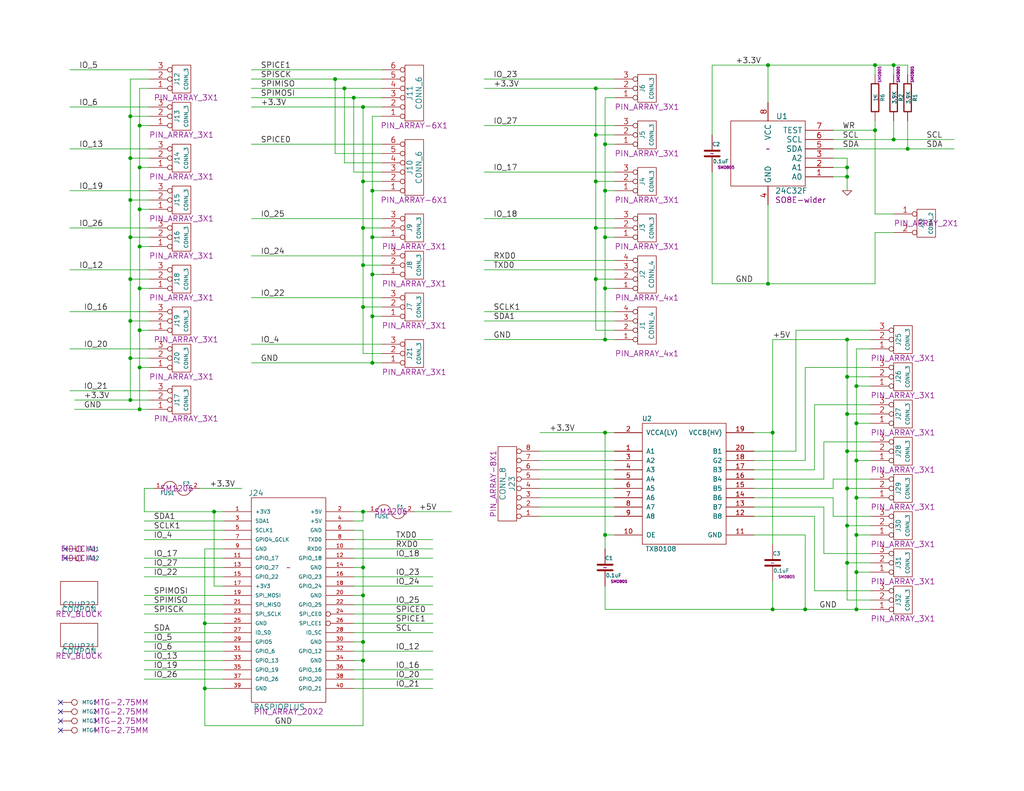
<source format=kicad_sch>
(kicad_sch (version 20211123) (generator eeschema)
  (paper "A")
  (title_block (title "RASPI-PLUS-GVS-CFG") (date "2020-01-05") (rev "X3") (company "Labd Boards LLC"))
  (lib_symbols
    (symbol "RasPi-GVS-Plus-CFG-rescue:24C512" (pin_names (offset 0.762))
      (property "Reference" "U" (at 3.81 8.89 0))
      (property "Value" "24C512" (at 6.35 -11.43 0))
      (symbol "24C512_0_0"
        (pin power_in line (at 0 -15.24 90) (length 5.08) (name "GND") (number "4"))
        (pin power_in line (at 0 12.7 270) (length 5.08) (name "VCC") (number "8"))
      )
      (symbol "24C512_1_1"
        (rectangle (start -10.16 -10.16) (end 10.16 7.62))
        (pin input line (at 17.78 -7.62 180) (length 7.62) (name "A0") (number "1"))
        (pin input line (at 17.78 -5.08 180) (length 7.62) (name "A1") (number "2"))
        (pin input line (at 17.78 -2.54 180) (length 7.62) (name "A2") (number "3"))
        (pin bidirectional line (at 17.78 0 180) (length 7.62) (name "SDA") (number "5"))
        (pin input line (at 17.78 2.54 180) (length 7.62) (name "SCL") (number "6"))
        (pin input line (at 17.78 5.08 180) (length 7.62) (name "TEST") (number "7"))
      )
    )
    (symbol "RasPi-GVS-Plus-CFG-rescue:C" (pin_numbers hide) (pin_names (offset 0.254))
      (property "Reference" "C" (at 0 2.54 0))
      (property "Value" "C" (at 0.1524 -2.159 0))
      (symbol "C_0_1"
        (polyline (pts (xy -2.032 -0.762) (xy 2.032 -0.762)) (stroke (width 0.508)))
        (polyline (pts (xy -2.032 0.762) (xy 2.032 0.762)) (stroke (width 0.508)))
      )
      (symbol "C_1_1"
        (pin passive line (at 0 5.08 270) (length 4.318) (name "~") (number "1"))
        (pin passive line (at 0 -5.08 90) (length 4.318) (name "~") (number "2"))
      )
    )
    (symbol "RasPi-GVS-Plus-CFG-rescue:CONN_1" (pin_numbers hide) (pin_names (offset 0.762) hide)
      (property "Reference" "P" (at 2.032 0 0))
      (symbol "CONN_1_0_1"
        (polyline (pts (xy -0.762 0) (xy -1.27 0)))
        (circle (center 0 0) (radius 0.7874))
      )
      (symbol "CONN_1_1_1"
        (pin passive line (at -3.81 0 0) (length 2.54) (name "1") (number "1"))
      )
    )
    (symbol "RasPi-GVS-Plus-CFG-rescue:CONN_2" (pin_names (offset 1.016) hide)
      (property "Reference" "P" (at -1.27 0 90))
      (property "Value" "CONN_2" (at 1.27 0 90))
      (symbol "CONN_2_0_1"
        (rectangle (start -2.54 3.81) (end 2.54 -3.81))
      )
      (symbol "CONN_2_1_1"
        (pin passive inverted (at -8.89 2.54 0) (length 6.35) (name "P1") (number "1"))
        (pin passive inverted (at -8.89 -2.54 0) (length 6.35) (name "PM") (number "2"))
      )
    )
    (symbol "RasPi-GVS-Plus-CFG-rescue:CONN_3" (pin_names (offset 1.016) hide)
      (property "Reference" "K" (at -1.27 0 90))
      (property "Value" "CONN_3" (at 1.27 0 90))
      (symbol "CONN_3_0_1"
        (rectangle (start -2.54 3.81) (end 2.54 -3.81))
      )
      (symbol "CONN_3_1_1"
        (pin passive inverted (at -8.89 2.54 0) (length 6.35) (name "P1") (number "1"))
        (pin passive inverted (at -8.89 0 0) (length 6.35) (name "PM") (number "2"))
        (pin passive inverted (at -8.89 -2.54 0) (length 6.35) (name "P3") (number "3"))
      )
    )
    (symbol "RasPi-GVS-Plus-CFG-rescue:CONN_4" (pin_names (offset 1.016) hide)
      (property "Reference" "P" (at -1.27 0 90))
      (property "Value" "CONN_4" (at 1.27 0 90))
      (symbol "CONN_4_0_1"
        (rectangle (start -2.54 5.08) (end 2.54 -5.08))
      )
      (symbol "CONN_4_1_1"
        (pin passive inverted (at -8.89 3.81 0) (length 6.35) (name "P1") (number "1"))
        (pin passive inverted (at -8.89 1.27 0) (length 6.35) (name "P2") (number "2"))
        (pin passive inverted (at -8.89 -1.27 0) (length 6.35) (name "P3") (number "3"))
        (pin passive inverted (at -8.89 -3.81 0) (length 6.35) (name "P4") (number "4"))
      )
    )
    (symbol "RasPi-GVS-Plus-CFG-rescue:CONN_6" (pin_names (offset 0.762) hide)
      (property "Reference" "P" (at -1.27 0 90))
      (property "Value" "CONN_6" (at 1.27 0 90))
      (symbol "CONN_6_0_1"
        (rectangle (start -2.54 7.62) (end 2.54 -7.62))
      )
      (symbol "CONN_6_1_1"
        (pin passive inverted (at -8.89 6.35 0) (length 6.35) (name "1") (number "1"))
        (pin passive inverted (at -8.89 3.81 0) (length 6.35) (name "2") (number "2"))
        (pin passive inverted (at -8.89 1.27 0) (length 6.35) (name "3") (number "3"))
        (pin passive inverted (at -8.89 -1.27 0) (length 6.35) (name "4") (number "4"))
        (pin passive inverted (at -8.89 -3.81 0) (length 6.35) (name "5") (number "5"))
        (pin passive inverted (at -8.89 -6.35 0) (length 6.35) (name "6") (number "6"))
      )
    )
    (symbol "RasPi-GVS-Plus-CFG-rescue:CONN_8" (pin_names (offset 1.016) hide)
      (property "Reference" "P" (at -1.27 0 90))
      (property "Value" "CONN_8" (at 1.27 0 90))
      (symbol "CONN_8_0_1"
        (rectangle (start -2.54 10.16) (end 2.54 -10.16))
      )
      (symbol "CONN_8_1_1"
        (pin passive inverted (at -8.89 8.89 0) (length 6.35) (name "P1") (number "1"))
        (pin passive inverted (at -8.89 6.35 0) (length 6.35) (name "P2") (number "2"))
        (pin passive inverted (at -8.89 3.81 0) (length 6.35) (name "P3") (number "3"))
        (pin passive inverted (at -8.89 1.27 0) (length 6.35) (name "P4") (number "4"))
        (pin passive inverted (at -8.89 -1.27 0) (length 6.35) (name "P5") (number "5"))
        (pin passive inverted (at -8.89 -3.81 0) (length 6.35) (name "P6") (number "6"))
        (pin passive inverted (at -8.89 -6.35 0) (length 6.35) (name "P7") (number "7"))
        (pin passive inverted (at -8.89 -8.89 0) (length 6.35) (name "P8") (number "8"))
      )
    )
    (symbol "RasPi-GVS-Plus-CFG-rescue:COUPON" (pin_names (offset 1.016))
      (property "Reference" "COUP?" (at 0 0 0))
      (property "Value" "COUPON" (at 0 0 0))
      (symbol "COUPON_0_1"
        (rectangle (start -5.08 0) (end 5.08 6.35))
      )
    )
    (symbol "RasPi-GVS-Plus-CFG-rescue:FUSE" (pin_names (offset 0.254))
      (property "Reference" "F" (at 2.54 1.27 0))
      (property "Value" "FUSE" (at -2.54 -1.27 0))
      (symbol "FUSE_0_1"
        (arc (start 0 0) (mid -1.905 1.905) (end -3.81 0))
        (arc (start 0 0) (mid 1.905 -1.905) (end 3.81 0))
      )
      (symbol "FUSE_1_1"
        (pin input line (at -6.35 0 0) (length 2.54) (name "~") (number "1"))
        (pin input line (at 6.35 0 180) (length 2.54) (name "~") (number "2"))
      )
    )
    (symbol "RasPi-GVS-Plus-CFG-rescue:GND" (power) (pin_names (offset 0))
      (symbol "GND_0_1"
        (polyline (pts (xy -1.27 0) (xy 0 -1.27) (xy 1.27 0) (xy -1.27 0)))
      )
      (symbol "GND_1_1"
        (pin power_in line (at 0 0 90) (length 0) hide (name "GND") (number "1"))
      )
    )
    (symbol "RasPi-GVS-Plus-CFG-rescue:R" (pin_numbers hide) (pin_names (offset 0))
      (property "Reference" "R" (at 2.032 0 90))
      (property "Value" "R" (at 0.1778 0.0254 90))
      (symbol "R_0_1"
        (rectangle (start -1.016 3.81) (end 1.016 -3.81) (stroke (width 0.3048)))
      )
      (symbol "R_1_1"
        (pin passive line (at 0 6.35 270) (length 2.54) (name "~") (number "1"))
        (pin passive line (at 0 -6.35 90) (length 2.54) (name "~") (number "2"))
      )
    )
    (symbol "RasPi-GVS-Plus-CFG-rescue:RASPIOPLUS" (pin_names (offset 1.016))
      (property "Reference" "J" (at -8.89 29.21 0))
      (property "Value" "RASPIOPLUS" (at -2.54 -29.21 0))
      (symbol "RASPIOPLUS_0_1"
        (rectangle (start -10.16 27.94) (end 10.16 -27.94))
      )
      (symbol "RASPIOPLUS_1_1"
        (pin power_out line (at -17.78 24.13 0) (length 7.62) (name "+3V3") (number "1"))
        (pin input line (at 17.78 13.97 180) (length 7.62) (name "RXD0") (number "10"))
        (pin bidirectional line (at -17.78 11.43 0) (length 7.62) (name "GPIO_17") (number "11"))
        (pin bidirectional line (at 17.78 11.43 180) (length 7.62) (name "GPIO_18") (number "12"))
        (pin bidirectional line (at -17.78 8.89 0) (length 7.62) (name "GPIO_27") (number "13"))
        (pin power_out line (at 17.78 8.89 180) (length 7.62) (name "GND") (number "14"))
        (pin bidirectional line (at -17.78 6.35 0) (length 7.62) (name "GPIO_22") (number "15"))
        (pin bidirectional line (at 17.78 6.35 180) (length 7.62) (name "GPIO_23") (number "16"))
        (pin power_out line (at -17.78 3.81 0) (length 7.62) (name "+3V3") (number "17"))
        (pin bidirectional line (at 17.78 3.81 180) (length 7.62) (name "GPIO_24") (number "18"))
        (pin output line (at -17.78 1.27 0) (length 7.62) (name "SPI_MOSI") (number "19"))
        (pin power_out line (at 17.78 24.13 180) (length 7.62) (name "+5V") (number "2"))
        (pin power_out line (at 17.78 1.27 180) (length 7.62) (name "GND") (number "20"))
        (pin input line (at -17.78 -1.27 0) (length 7.62) (name "SPI_MISO") (number "21"))
        (pin output line (at 17.78 -1.27 180) (length 7.62) (name "GPIO_25") (number "22"))
        (pin output line (at -17.78 -3.81 0) (length 7.62) (name "SPI_SCLK") (number "23"))
        (pin output inverted (at 17.78 -3.81 180) (length 7.62) (name "SPI_CE0") (number "24"))
        (pin power_out line (at -17.78 -6.35 0) (length 7.62) (name "GND") (number "25"))
        (pin bidirectional inverted (at 17.78 -6.35 180) (length 7.62) (name "SPI_CE1") (number "26"))
        (pin power_out line (at -17.78 -8.89 0) (length 7.62) (name "ID_SD") (number "27"))
        (pin bidirectional line (at 17.78 -8.89 180) (length 7.62) (name "ID_SC") (number "28"))
        (pin power_out line (at -17.78 -11.43 0) (length 7.62) (name "GPIO5") (number "29"))
        (pin bidirectional line (at -17.78 21.59 0) (length 7.62) (name "SDA1") (number "3"))
        (pin power_out line (at 17.78 -11.43 180) (length 7.62) (name "GND") (number "30"))
        (pin bidirectional line (at -17.78 -13.97 0) (length 7.62) (name "GPIO_6") (number "31"))
        (pin bidirectional line (at 17.78 -13.97 180) (length 7.62) (name "GPIO_12") (number "32"))
        (pin bidirectional line (at -17.78 -16.51 0) (length 7.62) (name "GPIO_13") (number "33"))
        (pin power_out line (at 17.78 -16.51 180) (length 7.62) (name "GND") (number "34"))
        (pin bidirectional line (at -17.78 -19.05 0) (length 7.62) (name "GPIO_19") (number "35"))
        (pin bidirectional line (at 17.78 -19.05 180) (length 7.62) (name "GPIO_16") (number "36"))
        (pin power_out line (at -17.78 -21.59 0) (length 7.62) (name "GPIO_26") (number "37"))
        (pin bidirectional line (at 17.78 -21.59 180) (length 7.62) (name "GPIO_20") (number "38"))
        (pin power_out line (at -17.78 -24.13 0) (length 7.62) (name "GND") (number "39"))
        (pin power_out line (at 17.78 21.59 180) (length 7.62) (name "+5V") (number "4"))
        (pin bidirectional line (at 17.78 -24.13 180) (length 7.62) (name "GPIO_21") (number "40"))
        (pin output line (at -17.78 19.05 0) (length 7.62) (name "SCLK1") (number "5"))
        (pin power_out line (at 17.78 19.05 180) (length 7.62) (name "GND") (number "6"))
        (pin output line (at -17.78 16.51 0) (length 7.62) (name "GPIO4_GCLK") (number "7"))
        (pin output line (at 17.78 16.51 180) (length 7.62) (name "TXD0") (number "8"))
        (pin power_out line (at -17.78 13.97 0) (length 7.62) (name "GND") (number "9"))
      )
    )
    (symbol "RasPi-GVS-Plus-CFG-rescue:TXB0108" (pin_names (offset 1.016))
      (property "Reference" "U" (at -10.16 17.78 0))
      (property "Value" "TXB0108" (at -6.35 -17.78 0))
      (symbol "TXB0108_1_0"
        (rectangle (start -11.43 -16.51) (end 11.43 16.51))
      )
      (symbol "TXB0108_1_1"
        (pin bidirectional line (at -19.05 8.89 0) (length 7.62) (name "A1") (number "1"))
        (pin input line (at -19.05 -13.97 0) (length 7.62) (name "OE") (number "10"))
        (pin passive line (at 19.05 -13.97 180) (length 7.62) (name "GND") (number "11"))
        (pin bidirectional line (at 19.05 -8.89 180) (length 7.62) (name "B8") (number "12"))
        (pin bidirectional line (at 19.05 -6.35 180) (length 7.62) (name "B7") (number "13"))
        (pin bidirectional line (at 19.05 -3.81 180) (length 7.62) (name "B6") (number "14"))
        (pin bidirectional line (at 19.05 -1.27 180) (length 7.62) (name "B5") (number "15"))
        (pin bidirectional line (at 19.05 1.27 180) (length 7.62) (name "B4") (number "16"))
        (pin bidirectional line (at 19.05 3.81 180) (length 7.62) (name "B3") (number "17"))
        (pin bidirectional line (at 19.05 6.35 180) (length 7.62) (name "G2") (number "18"))
        (pin passive line (at 19.05 13.97 180) (length 7.62) (name "VCCB(HV)") (number "19"))
        (pin passive line (at -19.05 13.97 0) (length 7.62) (name "VCCA(LV)") (number "2"))
        (pin bidirectional line (at 19.05 8.89 180) (length 7.62) (name "B1") (number "20"))
        (pin bidirectional line (at -19.05 6.35 0) (length 7.62) (name "A2") (number "3"))
        (pin bidirectional line (at -19.05 3.81 0) (length 7.62) (name "A3") (number "4"))
        (pin bidirectional line (at -19.05 1.27 0) (length 7.62) (name "A4") (number "5"))
        (pin bidirectional line (at -19.05 -1.27 0) (length 7.62) (name "A5") (number "6"))
        (pin bidirectional line (at -19.05 -3.81 0) (length 7.62) (name "A6") (number "7"))
        (pin bidirectional line (at -19.05 -6.35 0) (length 7.62) (name "A7") (number "8"))
        (pin bidirectional line (at -19.05 -8.89 0) (length 7.62) (name "A8") (number "9"))
      )
    )
  )
  (junction (at 91.44 21.59))
  (junction (at 165.1 118.11))
  (junction (at 162.56 76.2))
  (junction (at 38.1 34.29))
  (junction (at 99.06 49.53))
  (junction (at 243.84 17.78))
  (junction (at 35.56 87.63))
  (junction (at 165.1 52.07))
  (junction (at 101.6 74.93))
  (junction (at 55.88 187.96))
  (junction (at 99.06 72.39))
  (junction (at 210.82 166.37))
  (junction (at 231.14 48.26))
  (junction (at 233.68 166.37))
  (junction (at 219.71 166.37))
  (junction (at 231.14 143.51))
  (junction (at 101.6 64.77))
  (junction (at 233.68 146.05))
  (junction (at 38.1 111.76))
  (junction (at 243.84 38.1))
  (junction (at 165.1 146.05))
  (junction (at 162.56 62.23))
  (junction (at 99.06 139.7))
  (junction (at 99.06 62.23))
  (junction (at 38.1 90.17))
  (junction (at 58.42 139.7))
  (junction (at 231.14 92.71))
  (junction (at 99.06 154.94))
  (junction (at 38.1 78.74))
  (junction (at 35.56 97.79))
  (junction (at 55.88 170.18))
  (junction (at 38.1 67.31))
  (junction (at 233.68 115.57))
  (junction (at 93.98 24.13))
  (junction (at 101.6 86.36))
  (junction (at 210.82 118.11))
  (junction (at 99.06 175.26))
  (junction (at 233.68 135.89))
  (junction (at 35.56 109.22))
  (junction (at 209.55 17.78))
  (junction (at 35.56 76.2))
  (junction (at 233.68 156.21))
  (junction (at 233.68 125.73))
  (junction (at 238.76 35.56))
  (junction (at 165.1 39.37))
  (junction (at 165.1 64.77))
  (junction (at 231.14 102.87))
  (junction (at 35.56 43.18))
  (junction (at 99.06 83.82))
  (junction (at 101.6 99.06))
  (junction (at 165.1 92.71))
  (junction (at 99.06 162.56))
  (junction (at 162.56 36.83))
  (junction (at 162.56 49.53))
  (junction (at 231.14 113.03))
  (junction (at 38.1 45.72))
  (junction (at 162.56 24.13))
  (junction (at 231.14 153.67))
  (junction (at 233.68 105.41))
  (junction (at 99.06 180.34))
  (junction (at 231.14 45.72))
  (junction (at 35.56 31.75))
  (junction (at 165.1 78.74))
  (junction (at 99.06 29.21))
  (junction (at 231.14 133.35))
  (junction (at 35.56 64.77))
  (junction (at 101.6 52.07))
  (junction (at 247.65 40.64))
  (junction (at 35.56 54.61))
  (junction (at 231.14 123.19))
  (junction (at 38.1 57.15))
  (junction (at 209.55 77.47))
  (junction (at 238.76 17.78))
  (junction (at 38.1 100.33))
  (junction (at 96.52 26.67))
  (no_connect (at 17.78 149.86))
  (no_connect (at 16.51 199.39))
  (no_connect (at 16.51 196.85))
  (no_connect (at 16.51 194.31))
  (no_connect (at 17.78 152.4))
  (no_connect (at 16.51 191.77))
  (wire (pts (xy 55.88 170.18) (xy 60.96 170.18)))
  (wire (pts (xy 104.14 81.28) (xy 68.58 81.28)))
  (wire (pts (xy 40.64 97.79) (xy 35.56 97.79)))
  (wire (pts (xy 104.14 69.85) (xy 68.58 69.85)))
  (wire (pts (xy 40.64 31.75) (xy 35.56 31.75)))
  (wire (pts (xy 162.56 49.53) (xy 167.64 49.53)))
  (wire (pts (xy 38.1 100.33) (xy 38.1 111.76)))
  (wire (pts (xy 233.68 125.73) (xy 233.68 135.89)))
  (wire (pts (xy 68.58 21.59) (xy 91.44 21.59)))
  (wire (pts (xy 60.96 175.26) (xy 39.37 175.26)))
  (wire (pts (xy 209.55 77.47) (xy 194.31 77.47)))
  (wire (pts (xy 40.64 67.31) (xy 38.1 67.31)))
  (wire (pts (xy 205.74 128.27) (xy 222.25 128.27)))
  (wire (pts (xy 99.06 154.94) (xy 99.06 144.78)))
  (wire (pts (xy 167.64 39.37) (xy 165.1 39.37)))
  (wire (pts (xy 60.96 187.96) (xy 55.88 187.96)))
  (wire (pts (xy 237.49 113.03) (xy 231.14 113.03)))
  (wire (pts (xy 162.56 76.2) (xy 167.64 76.2)))
  (wire (pts (xy 101.6 64.77) (xy 104.14 64.77)))
  (wire (pts (xy 167.64 123.19) (xy 147.32 123.19)))
  (wire (pts (xy 39.37 139.7) (xy 39.37 133.35)))
  (wire (pts (xy 99.06 162.56) (xy 99.06 154.94)))
  (wire (pts (xy 93.98 44.45) (xy 93.98 24.13)))
  (wire (pts (xy 227.33 38.1) (xy 243.84 38.1)))
  (wire (pts (xy 237.49 95.25) (xy 233.68 95.25)))
  (wire (pts (xy 38.1 90.17) (xy 38.1 100.33)))
  (wire (pts (xy 55.88 187.96) (xy 55.88 198.12)))
  (wire (pts (xy 165.1 118.11) (xy 165.1 146.05)))
  (wire (pts (xy 209.55 17.78) (xy 238.76 17.78)))
  (wire (pts (xy 224.79 151.13) (xy 224.79 138.43)))
  (wire (pts (xy 40.64 87.63) (xy 35.56 87.63)))
  (wire (pts (xy 167.64 140.97) (xy 147.32 140.97)))
  (wire (pts (xy 39.37 139.7) (xy 58.42 139.7)))
  (wire (pts (xy 68.58 99.06) (xy 101.6 99.06)))
  (wire (pts (xy 118.11 177.8) (xy 96.52 177.8)))
  (wire (pts (xy 96.52 139.7) (xy 99.06 139.7)))
  (wire (pts (xy 93.98 24.13) (xy 104.14 24.13)))
  (wire (pts (xy 243.84 17.78) (xy 247.65 17.78)))
  (wire (pts (xy 68.58 24.13) (xy 93.98 24.13)))
  (wire (pts (xy 40.64 57.15) (xy 38.1 57.15)))
  (wire (pts (xy 118.11 147.32) (xy 96.52 147.32)))
  (wire (pts (xy 96.52 46.99) (xy 96.52 26.67)))
  (wire (pts (xy 205.74 130.81) (xy 224.79 130.81)))
  (wire (pts (xy 233.68 146.05) (xy 233.68 156.21)))
  (wire (pts (xy 165.1 52.07) (xy 165.1 64.77)))
  (wire (pts (xy 231.14 153.67) (xy 231.14 163.83)))
  (wire (pts (xy 99.06 198.12) (xy 99.06 180.34)))
  (wire (pts (xy 205.74 123.19) (xy 217.17 123.19)))
  (wire (pts (xy 40.64 45.72) (xy 38.1 45.72)))
  (wire (pts (xy 224.79 120.65) (xy 237.49 120.65)))
  (wire (pts (xy 35.56 21.59) (xy 40.64 21.59)))
  (wire (pts (xy 60.96 149.86) (xy 55.88 149.86)))
  (wire (pts (xy 40.64 19.05) (xy 19.05 19.05)))
  (wire (pts (xy 40.64 100.33) (xy 38.1 100.33)))
  (wire (pts (xy 247.65 17.78) (xy 247.65 20.32)))
  (wire (pts (xy 210.82 92.71) (xy 231.14 92.71)))
  (wire (pts (xy 238.76 77.47) (xy 209.55 77.47)))
  (wire (pts (xy 237.49 143.51) (xy 231.14 143.51)))
  (wire (pts (xy 165.1 26.67) (xy 165.1 39.37)))
  (wire (pts (xy 91.44 41.91) (xy 91.44 21.59)))
  (wire (pts (xy 237.49 102.87) (xy 231.14 102.87)))
  (wire (pts (xy 113.03 139.7) (xy 123.19 139.7)))
  (wire (pts (xy 167.64 128.27) (xy 147.32 128.27)))
  (wire (pts (xy 96.52 26.67) (xy 104.14 26.67)))
  (wire (pts (xy 227.33 48.26) (xy 231.14 48.26)))
  (wire (pts (xy 167.64 73.66) (xy 132.08 73.66)))
  (wire (pts (xy 167.64 87.63) (xy 132.08 87.63)))
  (wire (pts (xy 231.14 45.72) (xy 231.14 48.26)))
  (wire (pts (xy 231.14 48.26) (xy 231.14 52.07)))
  (wire (pts (xy 60.96 167.64) (xy 39.37 167.64)))
  (wire (pts (xy 219.71 166.37) (xy 233.68 166.37)))
  (wire (pts (xy 104.14 93.98) (xy 68.58 93.98)))
  (wire (pts (xy 205.74 133.35) (xy 227.33 133.35)))
  (wire (pts (xy 237.49 135.89) (xy 233.68 135.89)))
  (wire (pts (xy 167.64 59.69) (xy 132.08 59.69)))
  (wire (pts (xy 96.52 172.72) (xy 118.11 172.72)))
  (wire (pts (xy 60.96 165.1) (xy 39.37 165.1)))
  (wire (pts (xy 237.49 146.05) (xy 233.68 146.05)))
  (wire (pts (xy 118.11 149.86) (xy 96.52 149.86)))
  (wire (pts (xy 35.56 54.61) (xy 35.56 64.77)))
  (wire (pts (xy 38.1 78.74) (xy 38.1 90.17)))
  (wire (pts (xy 162.56 62.23) (xy 162.56 76.2)))
  (wire (pts (xy 165.1 166.37) (xy 210.82 166.37)))
  (wire (pts (xy 227.33 43.18) (xy 231.14 43.18)))
  (wire (pts (xy 205.74 125.73) (xy 219.71 125.73)))
  (wire (pts (xy 231.14 102.87) (xy 231.14 113.03)))
  (wire (pts (xy 60.96 152.4) (xy 39.37 152.4)))
  (wire (pts (xy 60.96 157.48) (xy 39.37 157.48)))
  (wire (pts (xy 162.56 24.13) (xy 167.64 24.13)))
  (wire (pts (xy 219.71 100.33) (xy 237.49 100.33)))
  (wire (pts (xy 224.79 138.43) (xy 205.74 138.43)))
  (wire (pts (xy 165.1 52.07) (xy 167.64 52.07)))
  (wire (pts (xy 162.56 90.17) (xy 167.64 90.17)))
  (wire (pts (xy 40.64 52.07) (xy 19.05 52.07)))
  (wire (pts (xy 165.1 78.74) (xy 165.1 92.71)))
  (wire (pts (xy 101.6 52.07) (xy 101.6 64.77)))
  (wire (pts (xy 99.06 180.34) (xy 99.06 175.26)))
  (wire (pts (xy 231.14 43.18) (xy 231.14 45.72)))
  (wire (pts (xy 194.31 17.78) (xy 209.55 17.78)))
  (wire (pts (xy 238.76 58.42) (xy 243.84 58.42)))
  (wire (pts (xy 243.84 33.02) (xy 243.84 38.1)))
  (wire (pts (xy 99.06 72.39) (xy 99.06 83.82)))
  (wire (pts (xy 40.64 73.66) (xy 19.05 73.66)))
  (wire (pts (xy 60.96 162.56) (xy 39.37 162.56)))
  (wire (pts (xy 231.14 92.71) (xy 237.49 92.71)))
  (wire (pts (xy 38.1 34.29) (xy 38.1 45.72)))
  (wire (pts (xy 99.06 62.23) (xy 104.14 62.23)))
  (wire (pts (xy 238.76 33.02) (xy 238.76 35.56)))
  (wire (pts (xy 68.58 19.05) (xy 104.14 19.05)))
  (wire (pts (xy 165.1 78.74) (xy 167.64 78.74)))
  (wire (pts (xy 40.64 78.74) (xy 38.1 78.74)))
  (wire (pts (xy 40.64 54.61) (xy 35.56 54.61)))
  (wire (pts (xy 227.33 135.89) (xy 205.74 135.89)))
  (wire (pts (xy 99.06 83.82) (xy 104.14 83.82)))
  (wire (pts (xy 233.68 105.41) (xy 233.68 115.57)))
  (wire (pts (xy 104.14 44.45) (xy 93.98 44.45)))
  (wire (pts (xy 194.31 46.99) (xy 194.31 77.47)))
  (wire (pts (xy 227.33 133.35) (xy 227.33 130.81)))
  (wire (pts (xy 60.96 182.88) (xy 39.37 182.88)))
  (wire (pts (xy 247.65 40.64) (xy 260.35 40.64)))
  (wire (pts (xy 167.64 135.89) (xy 147.32 135.89)))
  (wire (pts (xy 132.08 24.13) (xy 162.56 24.13)))
  (wire (pts (xy 35.56 64.77) (xy 35.56 76.2)))
  (wire (pts (xy 96.52 154.94) (xy 99.06 154.94)))
  (wire (pts (xy 205.74 146.05) (xy 219.71 146.05)))
  (wire (pts (xy 99.06 83.82) (xy 99.06 96.52)))
  (wire (pts (xy 165.1 92.71) (xy 167.64 92.71)))
  (wire (pts (xy 238.76 17.78) (xy 243.84 17.78)))
  (wire (pts (xy 35.56 109.22) (xy 40.64 109.22)))
  (wire (pts (xy 210.82 166.37) (xy 219.71 166.37)))
  (wire (pts (xy 162.56 36.83) (xy 162.56 49.53)))
  (wire (pts (xy 205.74 118.11) (xy 210.82 118.11)))
  (wire (pts (xy 58.42 160.02) (xy 60.96 160.02)))
  (wire (pts (xy 222.25 140.97) (xy 205.74 140.97)))
  (wire (pts (xy 40.64 24.13) (xy 38.1 24.13)))
  (wire (pts (xy 118.11 182.88) (xy 96.52 182.88)))
  (wire (pts (xy 118.11 157.48) (xy 96.52 157.48)))
  (wire (pts (xy 104.14 52.07) (xy 101.6 52.07)))
  (wire (pts (xy 162.56 49.53) (xy 162.56 62.23)))
  (wire (pts (xy 237.49 125.73) (xy 233.68 125.73)))
  (wire (pts (xy 40.64 90.17) (xy 38.1 90.17)))
  (wire (pts (xy 104.14 41.91) (xy 91.44 41.91)))
  (wire (pts (xy 231.14 143.51) (xy 231.14 153.67)))
  (wire (pts (xy 99.06 29.21) (xy 104.14 29.21)))
  (wire (pts (xy 162.56 24.13) (xy 162.56 36.83)))
  (wire (pts (xy 167.64 46.99) (xy 132.08 46.99)))
  (wire (pts (xy 55.88 149.86) (xy 55.88 170.18)))
  (wire (pts (xy 38.1 57.15) (xy 38.1 67.31)))
  (wire (pts (xy 60.96 154.94) (xy 39.37 154.94)))
  (wire (pts (xy 243.84 20.32) (xy 243.84 17.78)))
  (wire (pts (xy 162.56 76.2) (xy 162.56 90.17)))
  (wire (pts (xy 165.1 166.37) (xy 165.1 160.02)))
  (wire (pts (xy 132.08 92.71) (xy 165.1 92.71)))
  (wire (pts (xy 210.82 92.71) (xy 210.82 118.11)))
  (wire (pts (xy 99.06 29.21) (xy 99.06 49.53)))
  (wire (pts (xy 167.64 138.43) (xy 147.32 138.43)))
  (wire (pts (xy 39.37 133.35) (xy 41.91 133.35)))
  (wire (pts (xy 219.71 146.05) (xy 219.71 166.37)))
  (wire (pts (xy 40.64 64.77) (xy 35.56 64.77)))
  (wire (pts (xy 237.49 140.97) (xy 227.33 140.97)))
  (wire (pts (xy 60.96 172.72) (xy 39.37 172.72)))
  (wire (pts (xy 247.65 33.02) (xy 247.65 40.64)))
  (wire (pts (xy 104.14 46.99) (xy 96.52 46.99)))
  (wire (pts (xy 118.11 152.4) (xy 96.52 152.4)))
  (wire (pts (xy 231.14 92.71) (xy 231.14 102.87)))
  (wire (pts (xy 99.06 175.26) (xy 99.06 162.56)))
  (wire (pts (xy 101.6 74.93) (xy 101.6 86.36)))
  (wire (pts (xy 60.96 185.42) (xy 39.37 185.42)))
  (wire (pts (xy 165.1 118.11) (xy 167.64 118.11)))
  (wire (pts (xy 231.14 123.19) (xy 231.14 133.35)))
  (wire (pts (xy 99.06 96.52) (xy 104.14 96.52)))
  (wire (pts (xy 68.58 26.67) (xy 96.52 26.67)))
  (wire (pts (xy 60.96 144.78) (xy 39.37 144.78)))
  (wire (pts (xy 238.76 35.56) (xy 238.76 58.42)))
  (wire (pts (xy 91.44 21.59) (xy 104.14 21.59)))
  (wire (pts (xy 68.58 29.21) (xy 99.06 29.21)))
  (wire (pts (xy 38.1 24.13) (xy 38.1 34.29)))
  (wire (pts (xy 55.88 170.18) (xy 55.88 187.96)))
  (wire (pts (xy 233.68 156.21) (xy 233.68 166.37)))
  (wire (pts (xy 233.68 115.57) (xy 233.68 125.73)))
  (wire (pts (xy 38.1 111.76) (xy 40.64 111.76)))
  (wire (pts (xy 167.64 34.29) (xy 132.08 34.29)))
  (wire (pts (xy 99.06 142.24) (xy 99.06 139.7)))
  (wire (pts (xy 40.64 85.09) (xy 19.05 85.09)))
  (wire (pts (xy 54.61 133.35) (xy 66.04 133.35)))
  (wire (pts (xy 147.32 118.11) (xy 165.1 118.11)))
  (wire (pts (xy 167.64 71.12) (xy 132.08 71.12)))
  (wire (pts (xy 118.11 160.02) (xy 96.52 160.02)))
  (wire (pts (xy 237.49 105.41) (xy 233.68 105.41)))
  (wire (pts (xy 60.96 177.8) (xy 39.37 177.8)))
  (wire (pts (xy 99.06 62.23) (xy 99.06 72.39)))
  (wire (pts (xy 40.64 106.68) (xy 19.05 106.68)))
  (wire (pts (xy 35.56 97.79) (xy 35.56 109.22)))
  (wire (pts (xy 99.06 49.53) (xy 99.06 62.23)))
  (wire (pts (xy 58.42 139.7) (xy 60.96 139.7)))
  (wire (pts (xy 162.56 62.23) (xy 167.64 62.23)))
  (wire (pts (xy 35.56 21.59) (xy 35.56 31.75)))
  (wire (pts (xy 104.14 59.69) (xy 68.58 59.69)))
  (wire (pts (xy 222.25 110.49) (xy 237.49 110.49)))
  (wire (pts (xy 40.64 29.21) (xy 19.05 29.21)))
  (wire (pts (xy 118.11 170.18) (xy 96.52 170.18)))
  (wire (pts (xy 243.84 38.1) (xy 260.35 38.1)))
  (wire (pts (xy 58.42 139.7) (xy 58.42 160.02)))
  (wire (pts (xy 227.33 45.72) (xy 231.14 45.72)))
  (wire (pts (xy 217.17 123.19) (xy 217.17 90.17)))
  (wire (pts (xy 96.52 142.24) (xy 99.06 142.24)))
  (wire (pts (xy 38.1 67.31) (xy 38.1 78.74)))
  (wire (pts (xy 227.33 140.97) (xy 227.33 135.89)))
  (wire (pts (xy 167.64 146.05) (xy 165.1 146.05)))
  (wire (pts (xy 40.64 43.18) (xy 35.56 43.18)))
  (wire (pts (xy 165.1 64.77) (xy 165.1 78.74)))
  (wire (pts (xy 35.56 43.18) (xy 35.56 54.61)))
  (wire (pts (xy 237.49 156.21) (xy 233.68 156.21)))
  (wire (pts (xy 104.14 39.37) (xy 68.58 39.37)))
  (wire (pts (xy 101.6 31.75) (xy 101.6 52.07)))
  (wire (pts (xy 222.25 128.27) (xy 222.25 110.49)))
  (wire (pts (xy 60.96 180.34) (xy 39.37 180.34)))
  (wire (pts (xy 224.79 130.81) (xy 224.79 120.65)))
  (wire (pts (xy 167.64 85.09) (xy 132.08 85.09)))
  (wire (pts (xy 101.6 64.77) (xy 101.6 74.93)))
  (wire (pts (xy 238.76 20.32) (xy 238.76 17.78)))
  (wire (pts (xy 55.88 198.12) (xy 99.06 198.12)))
  (wire (pts (xy 238.76 63.5) (xy 238.76 77.47)))
  (wire (pts (xy 38.1 45.72) (xy 38.1 57.15)))
  (wire (pts (xy 227.33 35.56) (xy 238.76 35.56)))
  (wire (pts (xy 233.68 166.37) (xy 237.49 166.37)))
  (wire (pts (xy 118.11 187.96) (xy 96.52 187.96)))
  (wire (pts (xy 60.96 142.24) (xy 39.37 142.24)))
  (wire (pts (xy 237.49 133.35) (xy 231.14 133.35)))
  (wire (pts (xy 167.64 125.73) (xy 147.32 125.73)))
  (wire (pts (xy 237.49 161.29) (xy 222.25 161.29)))
  (wire (pts (xy 165.1 146.05) (xy 165.1 149.86)))
  (wire (pts (xy 101.6 99.06) (xy 104.14 99.06)))
  (wire (pts (xy 40.64 76.2) (xy 35.56 76.2)))
  (wire (pts (xy 231.14 133.35) (xy 231.14 143.51)))
  (wire (pts (xy 40.64 95.25) (xy 19.05 95.25)))
  (wire (pts (xy 101.6 86.36) (xy 101.6 99.06)))
  (wire (pts (xy 231.14 163.83) (xy 237.49 163.83)))
  (wire (pts (xy 104.14 31.75) (xy 101.6 31.75)))
  (wire (pts (xy 243.84 63.5) (xy 238.76 63.5)))
  (wire (pts (xy 237.49 115.57) (xy 233.68 115.57)))
  (wire (pts (xy 96.52 175.26) (xy 99.06 175.26)))
  (wire (pts (xy 167.64 130.81) (xy 147.32 130.81)))
  (wire (pts (xy 210.82 118.11) (xy 210.82 148.59)))
  (wire (pts (xy 20.32 109.22) (xy 35.56 109.22)))
  (wire (pts (xy 40.64 34.29) (xy 38.1 34.29)))
  (wire (pts (xy 60.96 147.32) (xy 39.37 147.32)))
  (wire (pts (xy 35.56 76.2) (xy 35.56 87.63)))
  (wire (pts (xy 167.64 26.67) (xy 165.1 26.67)))
  (wire (pts (xy 167.64 133.35) (xy 147.32 133.35)))
  (wire (pts (xy 101.6 86.36) (xy 104.14 86.36)))
  (wire (pts (xy 99.06 72.39) (xy 104.14 72.39)))
  (wire (pts (xy 219.71 125.73) (xy 219.71 100.33)))
  (wire (pts (xy 96.52 162.56) (xy 99.06 162.56)))
  (wire (pts (xy 40.64 62.23) (xy 19.05 62.23)))
  (wire (pts (xy 237.49 151.13) (xy 224.79 151.13)))
  (wire (pts (xy 101.6 74.93) (xy 104.14 74.93)))
  (wire (pts (xy 167.64 21.59) (xy 132.08 21.59)))
  (wire (pts (xy 96.52 180.34) (xy 99.06 180.34)))
  (wire (pts (xy 227.33 40.64) (xy 247.65 40.64)))
  (wire (pts (xy 237.49 123.19) (xy 231.14 123.19)))
  (wire (pts (xy 99.06 144.78) (xy 96.52 144.78)))
  (wire (pts (xy 227.33 130.81) (xy 237.49 130.81)))
  (wire (pts (xy 99.06 139.7) (xy 100.33 139.7)))
  (wire (pts (xy 194.31 36.83) (xy 194.31 17.78)))
  (wire (pts (xy 118.11 165.1) (xy 96.52 165.1)))
  (wire (pts (xy 165.1 39.37) (xy 165.1 52.07)))
  (wire (pts (xy 231.14 113.03) (xy 231.14 123.19)))
  (wire (pts (xy 209.55 17.78) (xy 209.55 27.94)))
  (wire (pts (xy 233.68 135.89) (xy 233.68 146.05)))
  (wire (pts (xy 118.11 167.64) (xy 96.52 167.64)))
  (wire (pts (xy 217.17 90.17) (xy 237.49 90.17)))
  (wire (pts (xy 104.14 49.53) (xy 99.06 49.53)))
  (wire (pts (xy 167.64 36.83) (xy 162.56 36.83)))
  (wire (pts (xy 210.82 158.75) (xy 210.82 166.37)))
  (wire (pts (xy 233.68 95.25) (xy 233.68 105.41)))
  (wire (pts (xy 20.32 111.76) (xy 38.1 111.76)))
  (wire (pts (xy 165.1 64.77) (xy 167.64 64.77)))
  (wire (pts (xy 237.49 153.67) (xy 231.14 153.67)))
  (wire (pts (xy 35.56 87.63) (xy 35.56 97.79)))
  (wire (pts (xy 40.64 40.64) (xy 19.05 40.64)))
  (wire (pts (xy 222.25 161.29) (xy 222.25 140.97)))
  (wire (pts (xy 35.56 31.75) (xy 35.56 43.18)))
  (wire (pts (xy 209.55 55.88) (xy 209.55 77.47)))
  (wire (pts (xy 118.11 185.42) (xy 96.52 185.42)))
  (label "RXD0" (at 134.62 71.12 0) (effects (font (size 1.524 1.524))))
  (label "SPISCK" (at 71.12 21.59 0) (effects (font (size 1.524 1.524))))
  (label "SPICE0" (at 71.12 39.37 0) (effects (font (size 1.524 1.524))))
  (label "SPIMISO" (at 41.91 165.1 0) (effects (font (size 1.524 1.524))))
  (label "+3.3V" (at 200.66 17.78 0) (effects (font (size 1.524 1.524))))
  (label "SDA1" (at 41.91 142.24 0) (effects (font (size 1.524 1.524))))
  (label "GND" (at 22.86 111.76 0) (effects (font (size 1.524 1.524))))
  (label "IO_20" (at 22.86 95.25 0) (effects (font (size 1.524 1.524))))
  (label "WR" (at 229.87 35.56 0) (effects (font (size 1.524 1.524))))
  (label "IO_13" (at 41.91 180.34 0) (effects (font (size 1.524 1.524))))
  (label "TXD0" (at 134.62 73.66 0) (effects (font (size 1.524 1.524))))
  (label "+3.3V" (at 71.12 29.21 0) (effects (font (size 1.524 1.524))))
  (label "IO_6" (at 41.91 177.8 0) (effects (font (size 1.524 1.524))))
  (label "IO_27" (at 41.91 154.94 0) (effects (font (size 1.524 1.524))))
  (label "IO_22" (at 71.12 81.28 0) (effects (font (size 1.524 1.524))))
  (label "IO_18" (at 107.95 152.4 0) (effects (font (size 1.524 1.524))))
  (label "IO_16" (at 107.95 182.88 0) (effects (font (size 1.524 1.524))))
  (label "SDA" (at 229.87 40.64 0) (effects (font (size 1.524 1.524))))
  (label "+3.3V" (at 134.62 24.13 0) (effects (font (size 1.524 1.524))))
  (label "IO_17" (at 134.62 46.99 0) (effects (font (size 1.524 1.524))))
  (label "SPISCK" (at 41.91 167.64 0) (effects (font (size 1.524 1.524))))
  (label "IO_21" (at 22.86 106.68 0) (effects (font (size 1.524 1.524))))
  (label "IO_25" (at 107.95 165.1 0) (effects (font (size 1.524 1.524))))
  (label "SCLK1" (at 134.62 85.09 0) (effects (font (size 1.524 1.524))))
  (label "SCL" (at 107.95 172.72 0) (effects (font (size 1.524 1.524))))
  (label "SPICE1" (at 71.12 19.05 0) (effects (font (size 1.524 1.524))))
  (label "RXD0" (at 107.95 149.86 0) (effects (font (size 1.524 1.524))))
  (label "SCL" (at 229.87 38.1 0) (effects (font (size 1.524 1.524))))
  (label "IO_17" (at 41.91 152.4 0) (effects (font (size 1.524 1.524))))
  (label "SDA" (at 41.91 172.72 0) (effects (font (size 1.524 1.524))))
  (label "+3.3V" (at 149.86 118.11 0) (effects (font (size 1.524 1.524))))
  (label "+3.3V" (at 22.86 109.22 0) (effects (font (size 1.524 1.524))))
  (label "IO_13" (at 21.59 40.64 0) (effects (font (size 1.524 1.524))))
  (label "GND" (at 223.52 166.37 0) (effects (font (size 1.524 1.524))))
  (label "IO_22" (at 41.91 157.48 0) (effects (font (size 1.524 1.524))))
  (label "IO_4" (at 71.12 93.98 0) (effects (font (size 1.524 1.524))))
  (label "SPIMOSI" (at 41.91 162.56 0) (effects (font (size 1.524 1.524))))
  (label "SCLK1" (at 41.91 144.78 0) (effects (font (size 1.524 1.524))))
  (label "GND" (at 71.12 99.06 0) (effects (font (size 1.524 1.524))))
  (label "IO_24" (at 107.95 160.02 0) (effects (font (size 1.524 1.524))))
  (label "IO_12" (at 107.95 177.8 0) (effects (font (size 1.524 1.524))))
  (label "SPIMOSI" (at 71.12 26.67 0) (effects (font (size 1.524 1.524))))
  (label "+3.3V" (at 57.15 133.35 0) (effects (font (size 1.524 1.524))))
  (label "GND" (at 74.93 198.12 0) (effects (font (size 1.524 1.524))))
  (label "GND" (at 200.66 77.47 0) (effects (font (size 1.524 1.524))))
  (label "IO_23" (at 134.62 21.59 0) (effects (font (size 1.524 1.524))))
  (label "IO_25" (at 71.12 59.69 0) (effects (font (size 1.524 1.524))))
  (label "SCL" (at 252.73 38.1 0) (effects (font (size 1.524 1.524))))
  (label "IO_12" (at 21.59 73.66 0) (effects (font (size 1.524 1.524))))
  (label "IO_23" (at 107.95 157.48 0) (effects (font (size 1.524 1.524))))
  (label "SDA1" (at 134.62 87.63 0) (effects (font (size 1.524 1.524))))
  (label "SPIMISO" (at 71.12 24.13 0) (effects (font (size 1.524 1.524))))
  (label "TXD0" (at 107.95 147.32 0) (effects (font (size 1.524 1.524))))
  (label "IO_24" (at 71.12 69.85 0) (effects (font (size 1.524 1.524))))
  (label "GND" (at 134.62 92.71 0) (effects (font (size 1.524 1.524))))
  (label "IO_26" (at 41.91 185.42 0) (effects (font (size 1.524 1.524))))
  (label "IO_5" (at 41.91 175.26 0) (effects (font (size 1.524 1.524))))
  (label "IO_21" (at 107.95 187.96 0) (effects (font (size 1.524 1.524))))
  (label "SDA" (at 252.73 40.64 0) (effects (font (size 1.524 1.524))))
  (label "SPICE0" (at 107.95 167.64 0) (effects (font (size 1.524 1.524))))
  (label "IO_26" (at 21.59 62.23 0) (effects (font (size 1.524 1.524))))
  (label "IO_4" (at 41.91 147.32 0) (effects (font (size 1.524 1.524))))
  (label "IO_19" (at 41.91 182.88 0) (effects (font (size 1.524 1.524))))
  (label "+5V" (at 210.82 92.71 0) (effects (font (size 1.524 1.524))))
  (label "IO_5" (at 21.59 19.05 0) (effects (font (size 1.524 1.524))))
  (label "IO_27" (at 134.62 34.29 0) (effects (font (size 1.524 1.524))))
  (label "+5V" (at 114.3 139.7 0) (effects (font (size 1.524 1.524))))
  (label "IO_20" (at 107.95 185.42 0) (effects (font (size 1.524 1.524))))
  (label "IO_6" (at 21.59 29.21 0) (effects (font (size 1.524 1.524))))
  (label "IO_19" (at 21.59 52.07 0) (effects (font (size 1.524 1.524))))
  (label "IO_18" (at 134.62 59.69 0) (effects (font (size 1.524 1.524))))
  (label "IO_16" (at 22.86 85.09 0) (effects (font (size 1.524 1.524))))
  (label "SPICE1" (at 107.95 170.18 0) (effects (font (size 1.524 1.524))))
  (symbol (lib_id "RasPi-GVS-Plus-CFG-rescue:CONN_4") (at 176.53 74.93 0) (mirror x) (unit 1)
    (property "Reference" "J2" (at 175.26 74.93 90))
    (property "Value" "CONN_4" (at 177.8 74.93 90))
    (property "Footprint" "PIN_ARRAY_4x1" (at 176.53 81.28 0) (effects (font (size 1.524 1.524))))
  )
  (symbol (lib_id "RasPi-GVS-Plus-CFG-rescue:CONN_3") (at 176.53 24.13 0) (mirror x) (unit 1)
    (property "Reference" "J6" (at 175.26 24.13 90))
    (property "Value" "CONN_3" (at 177.8 24.13 90) (effects (font (size 1.016 1.016))))
    (property "Footprint" "PIN_ARRAY_3X1" (at 176.53 29.21 0) (effects (font (size 1.524 1.524))))
  )
  (symbol (lib_id "RasPi-GVS-Plus-CFG-rescue:CONN_3") (at 113.03 62.23 0) (mirror x) (unit 1)
    (property "Reference" "J9" (at 111.76 62.23 90))
    (property "Value" "CONN_3" (at 114.3 62.23 90) (effects (font (size 1.016 1.016))))
    (property "Footprint" "PIN_ARRAY_3X1" (at 113.03 67.31 0) (effects (font (size 1.524 1.524))))
  )
  (symbol (lib_id "RasPi-GVS-Plus-CFG-rescue:CONN_3") (at 113.03 72.39 0) (mirror x) (unit 1)
    (property "Reference" "J8" (at 111.76 72.39 90))
    (property "Value" "CONN_3" (at 114.3 72.39 90) (effects (font (size 1.016 1.016))))
    (property "Footprint" "PIN_ARRAY_3X1" (at 113.03 77.47 0) (effects (font (size 1.524 1.524))))
  )
  (symbol (lib_id "RasPi-GVS-Plus-CFG-rescue:CONN_3") (at 113.03 83.82 0) (mirror x) (unit 1)
    (property "Reference" "J7" (at 111.76 83.82 90))
    (property "Value" "CONN_3" (at 114.3 83.82 90) (effects (font (size 1.016 1.016))))
    (property "Footprint" "PIN_ARRAY_3X1" (at 113.03 88.9 0) (effects (font (size 1.524 1.524))))
  )
  (symbol (lib_id "RasPi-GVS-Plus-CFG-rescue:CONN_6") (at 113.03 25.4 0) (mirror x) (unit 1)
    (property "Reference" "J11" (at 111.76 25.4 90) (effects (font (size 1.524 1.524))))
    (property "Value" "CONN_6" (at 114.3 25.4 90) (effects (font (size 1.524 1.524))))
    (property "Footprint" "PIN_ARRAY-6X1" (at 113.03 34.29 0) (effects (font (size 1.524 1.524))))
  )
  (symbol (lib_id "RasPi-GVS-Plus-CFG-rescue:CONN_6") (at 113.03 45.72 0) (mirror x) (unit 1)
    (property "Reference" "J10" (at 111.76 45.72 90) (effects (font (size 1.524 1.524))))
    (property "Value" "CONN_6" (at 114.3 45.72 90) (effects (font (size 1.524 1.524))))
    (property "Footprint" "PIN_ARRAY-6X1" (at 113.03 54.61 0) (effects (font (size 1.524 1.524))))
  )
  (symbol (lib_id "RasPi-GVS-Plus-CFG-rescue:CONN_4") (at 176.53 88.9 0) (mirror x) (unit 1)
    (property "Reference" "J1" (at 175.26 88.9 90))
    (property "Value" "CONN_4" (at 177.8 88.9 90))
    (property "Footprint" "PIN_ARRAY_4x1" (at 176.53 96.52 0) (effects (font (size 1.524 1.524))))
  )
  (symbol (lib_id "RasPi-GVS-Plus-CFG-rescue:CONN_3") (at 176.53 36.83 0) (mirror x) (unit 1)
    (property "Reference" "J5" (at 175.26 36.83 90))
    (property "Value" "CONN_3" (at 177.8 36.83 90) (effects (font (size 1.016 1.016))))
    (property "Footprint" "PIN_ARRAY_3X1" (at 176.53 41.91 0) (effects (font (size 1.524 1.524))))
  )
  (symbol (lib_id "RasPi-GVS-Plus-CFG-rescue:CONN_3") (at 176.53 49.53 0) (mirror x) (unit 1)
    (property "Reference" "J4" (at 175.26 49.53 90))
    (property "Value" "CONN_3" (at 177.8 49.53 90) (effects (font (size 1.016 1.016))))
    (property "Footprint" "PIN_ARRAY_3X1" (at 176.53 54.61 0) (effects (font (size 1.524 1.524))))
  )
  (symbol (lib_id "RasPi-GVS-Plus-CFG-rescue:CONN_3") (at 176.53 62.23 0) (mirror x) (unit 1)
    (property "Reference" "J3" (at 175.26 62.23 90))
    (property "Value" "CONN_3" (at 177.8 62.23 90) (effects (font (size 1.016 1.016))))
    (property "Footprint" "PIN_ARRAY_3X1" (at 176.53 67.31 0) (effects (font (size 1.524 1.524))))
  )
  (symbol (lib_id "RasPi-GVS-Plus-CFG-rescue:FUSE") (at 48.26 133.35 0) (unit 1)
    (property "Reference" "F2" (at 50.8 132.08 0) (effects (font (size 1.016 1.016))))
    (property "Value" "FUSE" (at 45.72 134.62 0) (effects (font (size 1.016 1.016))))
    (property "Footprint" "SM1206" (at 48.26 133.35 0) (effects (font (size 1.524 1.524))))
    (property "Datasheet" "~" (at 48.26 133.35 0) (effects (font (size 1.524 1.524))))
  )
  (symbol (lib_id "RasPi-GVS-Plus-CFG-rescue:COUPON") (at 21.59 165.1 0) (unit 1)
    (property "Reference" "COUP?2" (at 21.59 165.1 0) (effects (font (size 1.524 1.524))))
    (property "Value" "COUPON" (at 21.59 166.37 0) (effects (font (size 1.524 1.524))))
    (property "Footprint" "REV_BLOCK" (at 21.59 167.64 0) (effects (font (size 1.524 1.524))))
    (property "Datasheet" "~" (at 21.59 165.1 0) (effects (font (size 1.524 1.524))))
  )
  (symbol (lib_id "RasPi-GVS-Plus-CFG-rescue:COUPON") (at 21.59 176.53 0) (unit 1)
    (property "Reference" "COUP?1" (at 21.59 176.53 0) (effects (font (size 1.524 1.524))))
    (property "Value" "COUPON" (at 21.59 177.8 0) (effects (font (size 1.524 1.524))))
    (property "Footprint" "REV_BLOCK" (at 21.59 179.07 0) (effects (font (size 1.524 1.524))))
    (property "Datasheet" "~" (at 21.59 176.53 0) (effects (font (size 1.524 1.524))))
  )
  (symbol (lib_id "RasPi-GVS-Plus-CFG-rescue:RASPIOPLUS") (at 78.74 163.83 0) (unit 1)
    (property "Reference" "J24" (at 69.85 134.62 0) (effects (font (size 1.524 1.524))))
    (property "Value" "RASPIOPLUS" (at 76.2 193.04 0) (effects (font (size 1.524 1.524))))
    (property "Footprint" "PIN_ARRAY_20X2" (at 78.74 194.31 0) (effects (font (size 1.524 1.524))))
    (property "Datasheet" "~" (at 78.74 154.94 0) (effects (font (size 1.524 1.524))))
  )
  (symbol (lib_id "RasPi-GVS-Plus-CFG-rescue:CONN_3") (at 49.53 21.59 0) (mirror x) (unit 1)
    (property "Reference" "J12" (at 48.26 21.59 90))
    (property "Value" "CONN_3" (at 50.8 21.59 90) (effects (font (size 1.016 1.016))))
    (property "Footprint" "PIN_ARRAY_3X1" (at 50.8 26.67 0) (effects (font (size 1.524 1.524))))
  )
  (symbol (lib_id "RasPi-GVS-Plus-CFG-rescue:CONN_3") (at 49.53 31.75 0) (mirror x) (unit 1)
    (property "Reference" "J13" (at 48.26 31.75 90))
    (property "Value" "CONN_3" (at 50.8 31.75 90) (effects (font (size 1.016 1.016))))
    (property "Footprint" "PIN_ARRAY_3X1" (at 49.53 36.83 0) (effects (font (size 1.524 1.524))))
  )
  (symbol (lib_id "RasPi-GVS-Plus-CFG-rescue:CONN_3") (at 49.53 43.18 0) (mirror x) (unit 1)
    (property "Reference" "J14" (at 48.26 43.18 90))
    (property "Value" "CONN_3" (at 50.8 43.18 90) (effects (font (size 1.016 1.016))))
    (property "Footprint" "PIN_ARRAY_3X1" (at 49.53 48.26 0) (effects (font (size 1.524 1.524))))
  )
  (symbol (lib_id "RasPi-GVS-Plus-CFG-rescue:CONN_3") (at 49.53 54.61 0) (mirror x) (unit 1)
    (property "Reference" "J15" (at 48.26 54.61 90))
    (property "Value" "CONN_3" (at 50.8 54.61 90) (effects (font (size 1.016 1.016))))
    (property "Footprint" "PIN_ARRAY_3X1" (at 49.53 59.69 0) (effects (font (size 1.524 1.524))))
  )
  (symbol (lib_id "RasPi-GVS-Plus-CFG-rescue:CONN_3") (at 49.53 64.77 0) (mirror x) (unit 1)
    (property "Reference" "J16" (at 48.26 64.77 90))
    (property "Value" "CONN_3" (at 50.8 64.77 90) (effects (font (size 1.016 1.016))))
    (property "Footprint" "PIN_ARRAY_3X1" (at 49.53 69.85 0) (effects (font (size 1.524 1.524))))
  )
  (symbol (lib_id "RasPi-GVS-Plus-CFG-rescue:CONN_3") (at 49.53 76.2 0) (mirror x) (unit 1)
    (property "Reference" "J18" (at 48.26 76.2 90))
    (property "Value" "CONN_3" (at 50.8 76.2 90) (effects (font (size 1.016 1.016))))
    (property "Footprint" "PIN_ARRAY_3X1" (at 49.53 81.28 0) (effects (font (size 1.524 1.524))))
  )
  (symbol (lib_id "RasPi-GVS-Plus-CFG-rescue:CONN_3") (at 49.53 87.63 0) (mirror x) (unit 1)
    (property "Reference" "J19" (at 48.26 87.63 90))
    (property "Value" "CONN_3" (at 50.8 87.63 90) (effects (font (size 1.016 1.016))))
    (property "Footprint" "PIN_ARRAY_3X1" (at 50.8 92.71 0) (effects (font (size 1.524 1.524))))
  )
  (symbol (lib_id "RasPi-GVS-Plus-CFG-rescue:CONN_3") (at 49.53 97.79 0) (mirror x) (unit 1)
    (property "Reference" "J20" (at 48.26 97.79 90))
    (property "Value" "CONN_3" (at 50.8 97.79 90) (effects (font (size 1.016 1.016))))
    (property "Footprint" "PIN_ARRAY_3X1" (at 49.53 102.87 0) (effects (font (size 1.524 1.524))))
  )
  (symbol (lib_id "RasPi-GVS-Plus-CFG-rescue:CONN_3") (at 49.53 109.22 0) (mirror x) (unit 1)
    (property "Reference" "J17" (at 48.26 109.22 90))
    (property "Value" "CONN_3" (at 50.8 109.22 90) (effects (font (size 1.016 1.016))))
    (property "Footprint" "PIN_ARRAY_3X1" (at 50.8 114.3 0) (effects (font (size 1.524 1.524))))
  )
  (symbol (lib_id "RasPi-GVS-Plus-CFG-rescue:CONN_1") (at 20.32 199.39 0) (unit 1)
    (property "Reference" "MTG4" (at 22.352 199.39 0) (effects (font (size 1.016 1.016)) (justify left)))
    (property "Value" "CONN_1" (effects hide))
    (property "Footprint" "MTG-2.75MM" (at 33.02 199.39 0) (effects (font (size 1.524 1.524))))
  )
  (symbol (lib_id "RasPi-GVS-Plus-CFG-rescue:CONN_1") (at 20.32 196.85 0) (unit 1)
    (property "Reference" "MTG3" (at 22.352 196.85 0) (effects (font (size 1.016 1.016)) (justify left)))
    (property "Value" "CONN_1" (effects hide))
    (property "Footprint" "MTG-2.75MM" (at 33.02 196.85 0) (effects (font (size 1.524 1.524))))
  )
  (symbol (lib_id "RasPi-GVS-Plus-CFG-rescue:CONN_1") (at 20.32 194.31 0) (unit 1)
    (property "Reference" "MTG2" (at 22.352 194.31 0) (effects (font (size 1.016 1.016)) (justify left)))
    (property "Value" "CONN_1" (effects hide))
    (property "Footprint" "MTG-2.75MM" (at 33.02 194.31 0) (effects (font (size 1.524 1.524))))
  )
  (symbol (lib_id "RasPi-GVS-Plus-CFG-rescue:CONN_1") (at 20.32 191.77 0) (unit 1)
    (property "Reference" "MTG1" (at 22.352 191.77 0) (effects (font (size 1.016 1.016)) (justify left)))
    (property "Value" "CONN_1" (effects hide))
    (property "Footprint" "MTG-2.75MM" (at 33.02 191.77 0) (effects (font (size 1.524 1.524))))
  )
  (symbol (lib_id "RasPi-GVS-Plus-CFG-rescue:CONN_3") (at 113.03 96.52 0) (mirror x) (unit 1)
    (property "Reference" "J21" (at 111.76 96.52 90))
    (property "Value" "CONN_3" (at 114.3 96.52 90) (effects (font (size 1.016 1.016))))
    (property "Footprint" "PIN_ARRAY_3X1" (at 113.03 101.6 0) (effects (font (size 1.524 1.524))))
  )
  (symbol (lib_id "RasPi-GVS-Plus-CFG-rescue:R") (at 238.76 26.67 0) (unit 1)
    (property "Reference" "R6" (at 240.792 26.67 90) (effects (font (size 1.016 1.016))))
    (property "Value" "1K" (at 238.9378 26.6446 90) (effects (font (size 1.016 1.016))))
    (property "Footprint" "SM0805" (at 240.03 20.32 90) (effects (font (size 0.762 0.762))))
    (property "Datasheet" "~" (at 238.76 26.67 0) (effects (font (size 0.762 0.762))))
  )
  (symbol (lib_id "RasPi-GVS-Plus-CFG-rescue:24C512") (at 209.55 40.64 0) (unit 1)
    (property "Reference" "U1" (at 213.36 31.75 0) (effects (font (size 1.524 1.524))))
    (property "Value" "24C32F" (at 215.9 52.07 0) (effects (font (size 1.524 1.524))))
    (property "Footprint" "SO8E-wider" (at 218.44 54.61 0) (effects (font (size 1.524 1.524))))
    (property "Datasheet" "~" (at 209.55 40.64 0) (effects (font (size 1.524 1.524))))
  )
  (symbol (lib_id "RasPi-GVS-Plus-CFG-rescue:TXB0108") (at 186.69 132.08 0) (unit 1)
    (property "Reference" "U2" (at 176.53 114.3 0))
    (property "Value" "TXB0108" (at 180.34 149.86 0))
    (property "Footprint" "SOG20" (effects hide))
    (property "Datasheet" "DOCUMENTATION" (effects hide))
  )
  (symbol (lib_id "RasPi-GVS-Plus-CFG-rescue:CONN_8") (at 138.43 132.08 180) (unit 1)
    (property "Reference" "J23" (at 139.7 132.08 90) (effects (font (size 1.524 1.524))))
    (property "Value" "CONN_8" (at 137.16 132.08 90) (effects (font (size 1.524 1.524))))
    (property "Footprint" "PIN_ARRAY-8X1" (at 134.62 132.08 90) (effects (font (size 1.524 1.524))))
  )
  (symbol (lib_id "RasPi-GVS-Plus-CFG-rescue:CONN_3") (at 246.38 92.71 0) (mirror x) (unit 1)
    (property "Reference" "J25" (at 245.11 92.71 90))
    (property "Value" "CONN_3" (at 247.65 92.71 90) (effects (font (size 1.016 1.016))))
    (property "Footprint" "PIN_ARRAY_3X1" (at 246.38 97.79 0) (effects (font (size 1.524 1.524))))
  )
  (symbol (lib_id "RasPi-GVS-Plus-CFG-rescue:CONN_3") (at 246.38 102.87 0) (mirror x) (unit 1)
    (property "Reference" "J26" (at 245.11 102.87 90))
    (property "Value" "CONN_3" (at 247.65 102.87 90) (effects (font (size 1.016 1.016))))
    (property "Footprint" "PIN_ARRAY_3X1" (at 246.38 107.95 0) (effects (font (size 1.524 1.524))))
  )
  (symbol (lib_id "RasPi-GVS-Plus-CFG-rescue:CONN_3") (at 246.38 113.03 0) (mirror x) (unit 1)
    (property "Reference" "J27" (at 245.11 113.03 90))
    (property "Value" "CONN_3" (at 247.65 113.03 90) (effects (font (size 1.016 1.016))))
    (property "Footprint" "PIN_ARRAY_3X1" (at 246.38 118.11 0) (effects (font (size 1.524 1.524))))
  )
  (symbol (lib_id "RasPi-GVS-Plus-CFG-rescue:CONN_3") (at 246.38 123.19 0) (mirror x) (unit 1)
    (property "Reference" "J28" (at 245.11 123.19 90))
    (property "Value" "CONN_3" (at 247.65 123.19 90) (effects (font (size 1.016 1.016))))
    (property "Footprint" "PIN_ARRAY_3X1" (at 246.38 128.27 0) (effects (font (size 1.524 1.524))))
  )
  (symbol (lib_id "RasPi-GVS-Plus-CFG-rescue:CONN_3") (at 246.38 133.35 0) (mirror x) (unit 1)
    (property "Reference" "J29" (at 245.11 133.35 90))
    (property "Value" "CONN_3" (at 247.65 133.35 90) (effects (font (size 1.016 1.016))))
    (property "Footprint" "PIN_ARRAY_3X1" (at 246.38 138.43 0) (effects (font (size 1.524 1.524))))
  )
  (symbol (lib_id "RasPi-GVS-Plus-CFG-rescue:CONN_3") (at 246.38 143.51 0) (mirror x) (unit 1)
    (property "Reference" "J30" (at 245.11 143.51 90))
    (property "Value" "CONN_3" (at 247.65 143.51 90) (effects (font (size 1.016 1.016))))
    (property "Footprint" "PIN_ARRAY_3X1" (at 246.38 148.59 0) (effects (font (size 1.524 1.524))))
  )
  (symbol (lib_id "RasPi-GVS-Plus-CFG-rescue:CONN_3") (at 246.38 153.67 0) (mirror x) (unit 1)
    (property "Reference" "J31" (at 245.11 153.67 90))
    (property "Value" "CONN_3" (at 247.65 153.67 90) (effects (font (size 1.016 1.016))))
    (property "Footprint" "PIN_ARRAY_3X1" (at 246.38 158.75 0) (effects (font (size 1.524 1.524))))
  )
  (symbol (lib_id "RasPi-GVS-Plus-CFG-rescue:CONN_3") (at 246.38 163.83 0) (mirror x) (unit 1)
    (property "Reference" "J32" (at 245.11 163.83 90))
    (property "Value" "CONN_3" (at 247.65 163.83 90) (effects (font (size 1.016 1.016))))
    (property "Footprint" "PIN_ARRAY_3X1" (at 246.38 168.91 0) (effects (font (size 1.524 1.524))))
  )
  (symbol (lib_id "RasPi-GVS-Plus-CFG-rescue:FUSE") (at 106.68 139.7 0) (unit 1)
    (property "Reference" "F1" (at 109.22 138.43 0) (effects (font (size 1.016 1.016))))
    (property "Value" "FUSE" (at 104.14 140.97 0) (effects (font (size 1.016 1.016))))
    (property "Footprint" "SM1206" (at 106.68 139.7 0) (effects (font (size 1.524 1.524))))
    (property "Datasheet" "~" (at 106.68 139.7 0) (effects (font (size 1.524 1.524))))
  )
  (symbol (lib_id "RasPi-GVS-Plus-CFG-rescue:C") (at 165.1 154.94 0) (unit 1)
    (property "Reference" "C1" (at 165.1 152.4 0) (effects (font (size 1.016 1.016)) (justify left)))
    (property "Value" "0.1uF" (at 165.2524 157.099 0) (effects (font (size 1.016 1.016)) (justify left)))
    (property "Footprint" "SM0805" (at 168.91 158.75 0) (effects (font (size 0.762 0.762))))
    (property "Datasheet" "~" (at 165.1 154.94 0) (effects (font (size 1.524 1.524))))
  )
  (symbol (lib_id "RasPi-GVS-Plus-CFG-rescue:C") (at 210.82 153.67 0) (unit 1)
    (property "Reference" "C3" (at 210.82 151.13 0) (effects (font (size 1.016 1.016)) (justify left)))
    (property "Value" "0.1uF" (at 210.9724 155.829 0) (effects (font (size 1.016 1.016)) (justify left)))
    (property "Footprint" "SM0805" (at 214.63 157.48 0) (effects (font (size 0.762 0.762))))
    (property "Datasheet" "~" (at 210.82 153.67 0) (effects (font (size 1.524 1.524))))
  )
  (symbol (lib_id "RasPi-GVS-Plus-CFG-rescue:C") (at 194.31 41.91 0) (unit 1)
    (property "Reference" "C2" (at 194.31 39.37 0) (effects (font (size 1.016 1.016)) (justify left)))
    (property "Value" "0.1uF" (at 194.4624 44.069 0) (effects (font (size 1.016 1.016)) (justify left)))
    (property "Footprint" "SM0805" (at 198.12 45.72 0) (effects (font (size 0.762 0.762))))
    (property "Datasheet" "~" (at 194.31 41.91 0) (effects (font (size 1.524 1.524))))
  )
  (symbol (lib_id "RasPi-GVS-Plus-CFG-rescue:CONN_1") (at 21.59 149.86 0) (unit 1)
    (property "Reference" "FID1" (at 23.622 149.86 0) (effects (font (size 1.016 1.016)) (justify left)))
    (property "Value" "CONN_1" (effects hide))
    (property "Footprint" "FIDUCIAL" (at 21.59 149.86 0) (effects (font (size 1.524 1.524))))
  )
  (symbol (lib_id "RasPi-GVS-Plus-CFG-rescue:CONN_1") (at 21.59 152.4 0) (unit 1)
    (property "Reference" "FID2" (at 23.622 152.4 0) (effects (font (size 1.016 1.016)) (justify left)))
    (property "Value" "CONN_1" (effects hide))
    (property "Footprint" "FIDUCIAL" (at 21.59 152.4 0) (effects (font (size 1.524 1.524))))
  )
  (symbol (lib_id "RasPi-GVS-Plus-CFG-rescue:R") (at 243.84 26.67 0) (unit 1)
    (property "Reference" "R2" (at 245.872 26.67 90) (effects (font (size 1.016 1.016))))
    (property "Value" "3.9K" (at 244.0178 26.6446 90) (effects (font (size 1.016 1.016))))
    (property "Footprint" "SM0805" (at 245.11 20.32 90) (effects (font (size 0.762 0.762))))
    (property "Datasheet" "~" (at 243.84 26.67 0) (effects (font (size 0.762 0.762))))
  )
  (symbol (lib_id "RasPi-GVS-Plus-CFG-rescue:R") (at 247.65 26.67 0) (unit 1)
    (property "Reference" "R1" (at 249.682 26.67 90) (effects (font (size 1.016 1.016))))
    (property "Value" "3.9K" (at 247.8278 26.6446 90) (effects (font (size 1.016 1.016))))
    (property "Footprint" "SM0805" (at 248.92 20.32 90) (effects (font (size 0.762 0.762))))
    (property "Datasheet" "~" (at 247.65 26.67 0) (effects (font (size 0.762 0.762))))
  )
  (symbol (lib_id "RasPi-GVS-Plus-CFG-rescue:GND") (at 231.14 52.07 0) (unit 1)
    (property "Reference" "#PWR01" (effects hide))
    (property "Value" "GND" (effects hide))
  )
  (symbol (lib_id "RasPi-GVS-Plus-CFG-rescue:CONN_2") (at 252.73 60.96 0) (unit 1)
    (property "Reference" "J22" (at 251.46 60.96 90) (effects (font (size 1.016 1.016))))
    (property "Value" "CONN_2" (at 254 60.96 90) (effects (font (size 1.016 1.016))))
    (property "Footprint" "PIN_ARRAY_2X1" (at 252.73 60.96 0) (effects (font (size 1.524 1.524))))
  )
)
</source>
